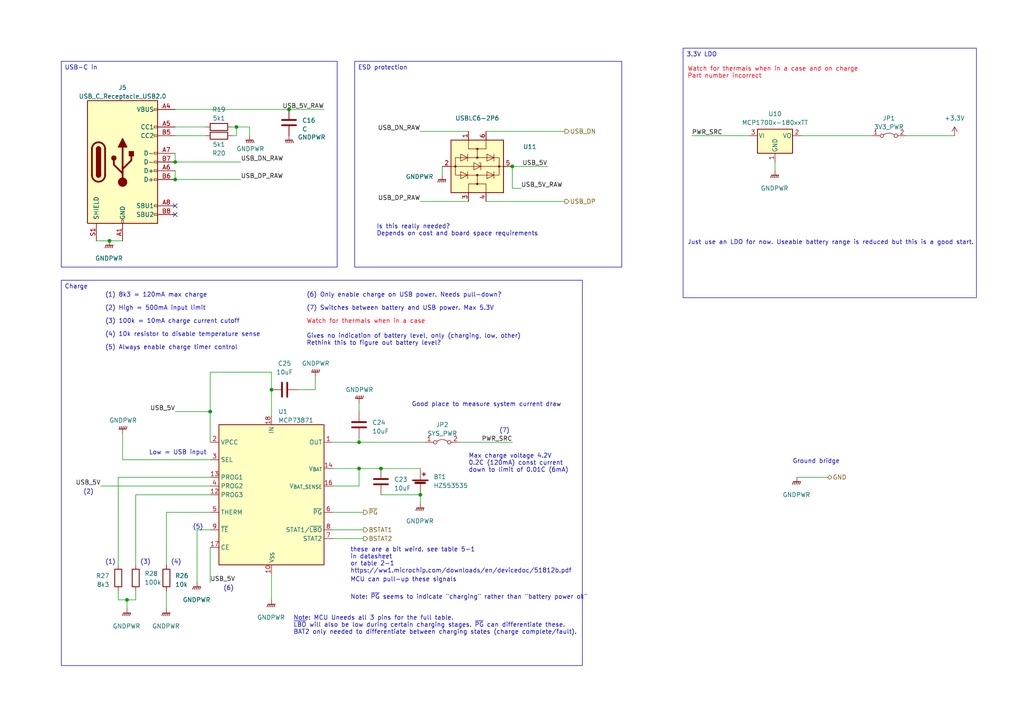
<source format=kicad_sch>
(kicad_sch (version 20230121) (generator eeschema)
  (paper "A4")
  (lib_symbols
    (symbol "Battery_Management:MCP73871"
      (property "Reference" "U" (at -7.62 24.13 0))
      (property "Value" "MCP73871" (at -15.24 21.59 0))
      (symbol "MCP73871_0_1"
        (rectangle (start -15.24 20.32) (end 15.24 -20.32) (stroke (width 0.254)) (fill (type background)))
      )
      (symbol "MCP73871_1_1"
        (pin power_out line (at 17.78 15.24 180) (length 2.54) (name "OUT") (number "1"))
        (pin power_in line (at 0 -22.86 90) (length 2.54) (name "V_{SS}") (number "10"))
        (pin passive line (at 0 -22.86 90) (length 2.54) hide (name "V_{SS}") (number "11"))
        (pin bidirectional line (at -17.78 0 0) (length 2.54) (name "PROG3") (number "12"))
        (pin bidirectional line (at -17.78 5.08 0) (length 2.54) (name "PROG1") (number "13"))
        (pin power_out line (at 17.78 7.62 180) (length 2.54) (name "V_{BAT}") (number "14"))
        (pin passive line (at 17.78 7.62 180) (length 2.54) hide (name "V_{BAT}") (number "15"))
        (pin input line (at 17.78 2.54 180) (length 2.54) (name "V_{BAT_SENSE}") (number "16"))
        (pin input line (at -17.78 -15.24 0) (length 2.54) (name "CE") (number "17"))
        (pin power_in line (at 0 22.86 270) (length 2.54) (name "IN") (number "18"))
        (pin passive line (at 0 22.86 270) (length 2.54) hide (name "IN") (number "19"))
        (pin input line (at -17.78 15.24 0) (length 2.54) (name "VPCC") (number "2"))
        (pin passive line (at 17.78 15.24 180) (length 2.54) hide (name "OUT") (number "20"))
        (pin passive line (at 0 -22.86 90) (length 2.54) hide (name "V_{SS}") (number "21"))
        (pin input line (at -17.78 10.16 0) (length 2.54) (name "SEL") (number "3"))
        (pin input line (at -17.78 2.54 0) (length 2.54) (name "PROG2") (number "4"))
        (pin bidirectional line (at -17.78 -5.08 0) (length 2.54) (name "THERM") (number "5"))
        (pin open_collector line (at 17.78 -5.08 180) (length 2.54) (name "~{PG}") (number "6"))
        (pin open_collector line (at 17.78 -12.7 180) (length 2.54) (name "STAT2") (number "7"))
        (pin open_collector line (at 17.78 -10.16 180) (length 2.54) (name "STAT1/~{LBO}") (number "8"))
        (pin input line (at -17.78 -10.16 0) (length 2.54) (name "~{TE}") (number "9"))
      )
    )
    (symbol "Connector:USB_C_Receptacle_USB2.0" (pin_names (offset 1.016))
      (property "Reference" "J" (at -10.16 19.05 0))
      (property "Value" "USB_C_Receptacle_USB2.0" (at 19.05 19.05 0))
      (symbol "USB_C_Receptacle_USB2.0_0_0"
        (rectangle (start -0.254 -17.78) (end 0.254 -16.764))
        (rectangle (start 10.16 -14.986) (end 9.144 -15.494))
        (rectangle (start 10.16 -12.446) (end 9.144 -12.954))
        (rectangle (start 10.16 -4.826) (end 9.144 -5.334))
        (rectangle (start 10.16 -2.286) (end 9.144 -2.794))
        (rectangle (start 10.16 0.254) (end 9.144 -0.254))
        (rectangle (start 10.16 2.794) (end 9.144 2.286))
        (rectangle (start 10.16 7.874) (end 9.144 7.366))
        (rectangle (start 10.16 10.414) (end 9.144 9.906))
        (rectangle (start 10.16 15.494) (end 9.144 14.986))
      )
      (symbol "USB_C_Receptacle_USB2.0_0_1"
        (rectangle (start -10.16 17.78) (end 10.16 -17.78) (stroke (width 0.254)) (fill (type background)))
        (arc (start -8.89 -3.81) (mid -6.985 -5.7067) (end -5.08 -3.81) (stroke (width 0.508)))
        (arc (start -7.62 -3.81) (mid -6.985 -4.4423) (end -6.35 -3.81) (stroke (width 0.254)))
        (arc (start -7.62 -3.81) (mid -6.985 -4.4423) (end -6.35 -3.81) (stroke (width 0.254)) (fill (type outline)))
        (rectangle (start -7.62 -3.81) (end -6.35 3.81) (stroke (width 0.254)) (fill (type outline)))
        (arc (start -6.35 3.81) (mid -6.985 4.4423) (end -7.62 3.81) (stroke (width 0.254)))
        (arc (start -6.35 3.81) (mid -6.985 4.4423) (end -7.62 3.81) (stroke (width 0.254)) (fill (type outline)))
        (arc (start -5.08 3.81) (mid -6.985 5.7067) (end -8.89 3.81) (stroke (width 0.508)))
        (circle (center -2.54 1.143) (radius 0.635) (stroke (width 0.254)) (fill (type outline)))
        (circle (center 0 -5.842) (radius 1.27) (fill (type outline)))
        (polyline (pts (xy -8.89 -3.81) (xy -8.89 3.81)) (stroke (width 0.508)))
        (polyline (pts (xy -5.08 3.81) (xy -5.08 -3.81)) (stroke (width 0.508)))
        (polyline (pts (xy 0 -5.842) (xy 0 4.318)) (stroke (width 0.508)))
        (polyline (pts (xy 0 -3.302) (xy -2.54 -0.762) (xy -2.54 0.508)) (stroke (width 0.508)))
        (polyline (pts (xy 0 -2.032) (xy 2.54 0.508) (xy 2.54 1.778)) (stroke (width 0.508)))
        (polyline (pts (xy -1.27 4.318) (xy 0 6.858) (xy 1.27 4.318) (xy -1.27 4.318)) (stroke (width 0.254)) (fill (type outline)))
        (rectangle (start 1.905 1.778) (end 3.175 3.048) (stroke (width 0.254)) (fill (type outline)))
      )
      (symbol "USB_C_Receptacle_USB2.0_1_1"
        (pin passive line (at 0 -22.86 90) (length 5.08) (name "GND") (number "A1"))
        (pin passive line (at 0 -22.86 90) (length 5.08) hide (name "GND") (number "A12"))
        (pin passive line (at 15.24 15.24 180) (length 5.08) (name "VBUS") (number "A4"))
        (pin bidirectional line (at 15.24 10.16 180) (length 5.08) (name "CC1") (number "A5"))
        (pin bidirectional line (at 15.24 -2.54 180) (length 5.08) (name "D+") (number "A6"))
        (pin bidirectional line (at 15.24 2.54 180) (length 5.08) (name "D-") (number "A7"))
        (pin bidirectional line (at 15.24 -12.7 180) (length 5.08) (name "SBU1") (number "A8"))
        (pin passive line (at 15.24 15.24 180) (length 5.08) hide (name "VBUS") (number "A9"))
        (pin passive line (at 0 -22.86 90) (length 5.08) hide (name "GND") (number "B1"))
        (pin passive line (at 0 -22.86 90) (length 5.08) hide (name "GND") (number "B12"))
        (pin passive line (at 15.24 15.24 180) (length 5.08) hide (name "VBUS") (number "B4"))
        (pin bidirectional line (at 15.24 7.62 180) (length 5.08) (name "CC2") (number "B5"))
        (pin bidirectional line (at 15.24 -5.08 180) (length 5.08) (name "D+") (number "B6"))
        (pin bidirectional line (at 15.24 0 180) (length 5.08) (name "D-") (number "B7"))
        (pin bidirectional line (at 15.24 -15.24 180) (length 5.08) (name "SBU2") (number "B8"))
        (pin passive line (at 15.24 15.24 180) (length 5.08) hide (name "VBUS") (number "B9"))
        (pin passive line (at -7.62 -22.86 90) (length 5.08) (name "SHIELD") (number "S1"))
      )
    )
    (symbol "Device:Battery_Cell" (pin_numbers hide) (pin_names (offset 0) hide)
      (property "Reference" "BT" (at 2.54 2.54 0))
      (property "Value" "Battery_Cell" (at 2.54 0 0))
      (symbol "Battery_Cell_0_1"
        (rectangle (start -2.286 1.778) (end 2.286 1.524) (fill (type outline)))
        (rectangle (start -1.5748 1.1938) (end 1.4732 0.6858) (fill (type outline)))
        (polyline (pts (xy 0 0.762) (xy 0 0)))
        (polyline (pts (xy 0 1.778) (xy 0 2.54)))
        (polyline (pts (xy 0.508 3.429) (xy 1.524 3.429)) (stroke (width 0.254)))
        (polyline (pts (xy 1.016 3.937) (xy 1.016 2.921)) (stroke (width 0.254)))
      )
      (symbol "Battery_Cell_1_1"
        (pin passive line (at 0 5.08 270) (length 2.54) (name "+") (number "1"))
        (pin passive line (at 0 -2.54 90) (length 2.54) (name "-") (number "2"))
      )
    )
    (symbol "Device:C" (pin_numbers hide) (pin_names (offset 0.254))
      (property "Reference" "C" (at 0.635 2.54 0))
      (property "Value" "C" (at 0.635 -2.54 0))
      (symbol "C_0_1"
        (polyline (pts (xy -2.032 -0.762) (xy 2.032 -0.762)) (stroke (width 0.508)))
        (polyline (pts (xy -2.032 0.762) (xy 2.032 0.762)) (stroke (width 0.508)))
      )
      (symbol "C_1_1"
        (pin passive line (at 0 3.81 270) (length 2.794) (name "~") (number "1"))
        (pin passive line (at 0 -3.81 90) (length 2.794) (name "~") (number "2"))
      )
    )
    (symbol "Device:R" (pin_numbers hide) (pin_names (offset 0))
      (property "Reference" "R" (at 2.032 0 90))
      (property "Value" "R" (at 0 0 90))
      (symbol "R_0_1"
        (rectangle (start -1.016 -2.54) (end 1.016 2.54) (stroke (width 0.254)))
      )
      (symbol "R_1_1"
        (pin passive line (at 0 3.81 270) (length 1.27) (name "~") (number "1"))
        (pin passive line (at 0 -3.81 90) (length 1.27) (name "~") (number "2"))
      )
    )
    (symbol "Jumper:Jumper_2_Bridged" (pin_names (offset 0) hide)
      (property "Reference" "JP" (at 0 1.905 0))
      (property "Value" "Jumper_2_Bridged" (at 0 -2.54 0))
      (symbol "Jumper_2_Bridged_0_0"
        (circle (center -2.032 0) (radius 0.508))
        (circle (center 2.032 0) (radius 0.508))
      )
      (symbol "Jumper_2_Bridged_0_1"
        (arc (start 1.524 0.254) (mid 0 0.762) (end -1.524 0.254))
      )
      (symbol "Jumper_2_Bridged_1_1"
        (pin passive line (at -5.08 0 0) (length 2.54) (name "A") (number "1"))
        (pin passive line (at 5.08 0 180) (length 2.54) (name "B") (number "2"))
      )
    )
    (symbol "Power_Protection:USBLC6-2P6" (pin_names hide)
      (property "Reference" "U" (at 2.54 8.89 0))
      (property "Value" "USBLC6-2P6" (at 2.54 -8.89 0))
      (symbol "USBLC6-2P6_0_1"
        (rectangle (start -7.62 -7.62) (end 7.62 7.62) (stroke (width 0.254)) (fill (type background)))
        (circle (center -5.08 0) (radius 0.254) (fill (type outline)))
        (circle (center -2.54 0) (radius 0.254) (fill (type outline)))
        (rectangle (start -2.54 6.35) (end 2.54 -6.35))
        (circle (center 0 -6.35) (radius 0.254) (fill (type outline)))
        (polyline (pts (xy -5.08 -2.54) (xy -7.62 -2.54)))
        (polyline (pts (xy -5.08 0) (xy -5.08 -2.54)))
        (polyline (pts (xy -5.08 2.54) (xy -7.62 2.54)))
        (polyline (pts (xy -1.524 -2.794) (xy -3.556 -2.794)))
        (polyline (pts (xy -1.524 4.826) (xy -3.556 4.826)))
        (polyline (pts (xy 0 -7.62) (xy 0 -6.35)))
        (polyline (pts (xy 0 -6.35) (xy 0 1.27)))
        (polyline (pts (xy 0 1.27) (xy 0 6.35)))
        (polyline (pts (xy 0 6.35) (xy 0 7.62)))
        (polyline (pts (xy 1.524 -2.794) (xy 3.556 -2.794)))
        (polyline (pts (xy 1.524 4.826) (xy 3.556 4.826)))
        (polyline (pts (xy 5.08 -2.54) (xy 7.62 -2.54)))
        (polyline (pts (xy 5.08 0) (xy 5.08 -2.54)))
        (polyline (pts (xy 5.08 2.54) (xy 7.62 2.54)))
        (polyline (pts (xy -2.54 0) (xy -5.08 0) (xy -5.08 2.54)))
        (polyline (pts (xy 2.54 0) (xy 5.08 0) (xy 5.08 2.54)))
        (polyline (pts (xy -3.556 -4.826) (xy -1.524 -4.826) (xy -2.54 -2.794) (xy -3.556 -4.826)))
        (polyline (pts (xy -3.556 2.794) (xy -1.524 2.794) (xy -2.54 4.826) (xy -3.556 2.794)))
        (polyline (pts (xy -1.016 -1.016) (xy 1.016 -1.016) (xy 0 1.016) (xy -1.016 -1.016)))
        (polyline (pts (xy 1.016 1.016) (xy 0.762 1.016) (xy -1.016 1.016) (xy -1.016 0.508)))
        (polyline (pts (xy 3.556 -4.826) (xy 1.524 -4.826) (xy 2.54 -2.794) (xy 3.556 -4.826)))
        (polyline (pts (xy 3.556 2.794) (xy 1.524 2.794) (xy 2.54 4.826) (xy 3.556 2.794)))
        (circle (center 0 6.35) (radius 0.254) (fill (type outline)))
        (circle (center 2.54 0) (radius 0.254) (fill (type outline)))
        (circle (center 5.08 0) (radius 0.254) (fill (type outline)))
      )
      (symbol "USBLC6-2P6_1_1"
        (pin passive line (at -10.16 -2.54 0) (length 2.54) (name "I/O1") (number "1"))
        (pin passive line (at 0 -10.16 90) (length 2.54) (name "GND") (number "2"))
        (pin passive line (at 10.16 -2.54 180) (length 2.54) (name "I/O2") (number "3"))
        (pin passive line (at 10.16 2.54 180) (length 2.54) (name "I/O2") (number "4"))
        (pin passive line (at 0 10.16 270) (length 2.54) (name "VBUS") (number "5"))
        (pin passive line (at -10.16 2.54 0) (length 2.54) (name "I/O1") (number "6"))
      )
    )
    (symbol "Regulator_Linear:MCP1700x-180xxTT" (pin_names (offset 0.254))
      (property "Reference" "U" (at -3.81 3.175 0))
      (property "Value" "MCP1700x-180xxTT" (at 0 3.175 0))
      (symbol "MCP1700x-180xxTT_0_1"
        (rectangle (start -5.08 1.905) (end 5.08 -5.08) (stroke (width 0.254)) (fill (type background)))
      )
      (symbol "MCP1700x-180xxTT_1_1"
        (pin power_in line (at 0 -7.62 90) (length 2.54) (name "GND") (number "1"))
        (pin power_out line (at 7.62 0 180) (length 2.54) (name "VO") (number "2"))
        (pin power_in line (at -7.62 0 0) (length 2.54) (name "VI") (number "3"))
      )
    )
    (symbol "power:+3.3V" (power) (pin_names (offset 0))
      (property "Value" "+3.3V" (at 0 3.556 0))
      (symbol "+3.3V_0_1"
        (polyline (pts (xy -0.762 1.27) (xy 0 2.54)))
        (polyline (pts (xy 0 0) (xy 0 2.54)))
        (polyline (pts (xy 0 2.54) (xy 0.762 1.27)))
      )
      (symbol "+3.3V_1_1"
        (pin power_in line (at 0 0 90) (length 0) hide (name "+3.3V") (number "1"))
      )
    )
    (symbol "power:GNDPWR" (power) (pin_names (offset 0))
      (property "Value" "GNDPWR" (at 0 -3.302 0))
      (symbol "GNDPWR_0_1"
        (polyline (pts (xy 0 -1.27) (xy 0 0)))
        (polyline (pts (xy -1.016 -1.27) (xy -1.27 -2.032) (xy -1.27 -2.032)) (stroke (width 0.2032)))
        (polyline (pts (xy -0.508 -1.27) (xy -0.762 -2.032) (xy -0.762 -2.032)) (stroke (width 0.2032)))
        (polyline (pts (xy 0 -1.27) (xy -0.254 -2.032) (xy -0.254 -2.032)) (stroke (width 0.2032)))
        (polyline (pts (xy 0.508 -1.27) (xy 0.254 -2.032) (xy 0.254 -2.032)) (stroke (width 0.2032)))
        (polyline (pts (xy 1.016 -1.27) (xy -1.016 -1.27) (xy -1.016 -1.27)) (stroke (width 0.2032)))
        (polyline (pts (xy 1.016 -1.27) (xy 0.762 -2.032) (xy 0.762 -2.032) (xy 0.762 -2.032)) (stroke (width 0.2032)))
      )
      (symbol "GNDPWR_1_1"
        (pin power_in line (at 0 0 270) (length 0) hide (name "GNDPWR") (number "1"))
      )
    )
  )
  (junction (at 148.59 48.26))
  (junction (at 121.92 143.51))
  (junction (at 104.14 135.89))
  (junction (at 104.14 128.27))
  (junction (at 31.75 69.85))
  (junction (at 68.58 36.83))
  (junction (at 110.49 135.89))
  (junction (at 36.83 173.99))
  (junction (at 60.96 119.38))
  (junction (at 50.8 46.99))
  (junction (at 83.82 31.75))
  (junction (at 78.74 113.03))
  (junction (at 50.8 52.07))
  (no_connect (at 50.8 62.23))
  (no_connect (at 50.8 59.69))
  (wire (pts (xy 224.79 49.53) (xy 224.79 46.99)))
  (wire (pts (xy 96.52 135.89) (xy 104.14 135.89)))
  (wire (pts (xy 39.37 173.99) (xy 39.37 171.45)))
  (wire (pts (xy 48.26 148.59) (xy 48.26 163.83)))
  (wire (pts (xy 50.8 31.75) (xy 83.82 31.75)))
  (wire (pts (xy 121.92 58.42) (xy 135.89 58.42)))
  (wire (pts (xy 96.52 128.27) (xy 104.14 128.27)))
  (wire (pts (xy 78.74 113.03) (xy 78.74 120.65)))
  (wire (pts (xy 35.56 125.73) (xy 35.56 133.35)))
  (wire (pts (xy 200.66 39.37) (xy 217.17 39.37)))
  (wire (pts (xy 35.56 133.35) (xy 60.96 133.35)))
  (wire (pts (xy 133.35 128.27) (xy 148.59 128.27)))
  (wire (pts (xy 128.27 48.26) (xy 128.27 50.8)))
  (wire (pts (xy 27.94 69.85) (xy 31.75 69.85)))
  (wire (pts (xy 60.96 138.43) (xy 34.29 138.43)))
  (wire (pts (xy 50.8 46.99) (xy 69.85 46.99)))
  (wire (pts (xy 121.92 38.1) (xy 135.89 38.1)))
  (wire (pts (xy 36.83 173.99) (xy 39.37 173.99)))
  (wire (pts (xy 39.37 143.51) (xy 39.37 163.83)))
  (wire (pts (xy 83.82 31.75) (xy 93.98 31.75)))
  (wire (pts (xy 140.97 58.42) (xy 163.83 58.42)))
  (wire (pts (xy 34.29 173.99) (xy 36.83 173.99)))
  (wire (pts (xy 104.14 135.89) (xy 104.14 140.97)))
  (wire (pts (xy 91.44 109.22) (xy 91.44 113.03)))
  (wire (pts (xy 68.58 39.37) (xy 67.31 39.37)))
  (wire (pts (xy 50.8 36.83) (xy 59.69 36.83)))
  (wire (pts (xy 60.96 119.38) (xy 60.96 128.27)))
  (wire (pts (xy 140.97 38.1) (xy 163.83 38.1)))
  (wire (pts (xy 121.92 135.89) (xy 110.49 135.89)))
  (wire (pts (xy 110.49 143.51) (xy 121.92 143.51)))
  (wire (pts (xy 50.8 52.07) (xy 69.85 52.07)))
  (wire (pts (xy 48.26 148.59) (xy 60.96 148.59)))
  (wire (pts (xy 60.96 143.51) (xy 39.37 143.51)))
  (wire (pts (xy 60.96 107.95) (xy 78.74 107.95)))
  (wire (pts (xy 121.92 143.51) (xy 121.92 146.05)))
  (wire (pts (xy 50.8 44.45) (xy 50.8 46.99)))
  (wire (pts (xy 104.14 128.27) (xy 123.19 128.27)))
  (wire (pts (xy 104.14 127) (xy 104.14 128.27)))
  (wire (pts (xy 57.15 153.67) (xy 60.96 153.67)))
  (wire (pts (xy 96.52 156.21) (xy 105.41 156.21)))
  (wire (pts (xy 104.14 140.97) (xy 96.52 140.97)))
  (wire (pts (xy 48.26 171.45) (xy 48.26 176.53)))
  (wire (pts (xy 231.14 138.43) (xy 240.03 138.43)))
  (wire (pts (xy 96.52 148.59) (xy 105.41 148.59)))
  (wire (pts (xy 57.15 168.91) (xy 57.15 153.67)))
  (wire (pts (xy 34.29 138.43) (xy 34.29 163.83)))
  (wire (pts (xy 50.8 39.37) (xy 59.69 39.37)))
  (wire (pts (xy 78.74 107.95) (xy 78.74 113.03)))
  (wire (pts (xy 96.52 153.67) (xy 105.41 153.67)))
  (wire (pts (xy 34.29 173.99) (xy 34.29 171.45)))
  (wire (pts (xy 91.44 113.03) (xy 86.36 113.03)))
  (wire (pts (xy 262.89 39.37) (xy 276.86 39.37)))
  (wire (pts (xy 104.14 116.84) (xy 104.14 119.38)))
  (wire (pts (xy 232.41 39.37) (xy 252.73 39.37)))
  (wire (pts (xy 60.96 119.38) (xy 60.96 107.95)))
  (wire (pts (xy 78.74 166.37) (xy 78.74 173.99)))
  (wire (pts (xy 29.21 140.97) (xy 60.96 140.97)))
  (wire (pts (xy 148.59 54.61) (xy 148.59 48.26)))
  (wire (pts (xy 68.58 36.83) (xy 67.31 36.83)))
  (wire (pts (xy 151.13 54.61) (xy 148.59 54.61)))
  (wire (pts (xy 31.75 69.85) (xy 35.56 69.85)))
  (wire (pts (xy 110.49 135.89) (xy 104.14 135.89)))
  (wire (pts (xy 72.39 36.83) (xy 68.58 36.83)))
  (wire (pts (xy 68.58 36.83) (xy 68.58 39.37)))
  (wire (pts (xy 60.96 168.91) (xy 60.96 158.75)))
  (wire (pts (xy 72.39 36.83) (xy 72.39 39.37)))
  (wire (pts (xy 148.59 48.26) (xy 158.75 48.26)))
  (wire (pts (xy 50.8 49.53) (xy 50.8 52.07)))
  (wire (pts (xy 36.83 173.99) (xy 36.83 176.53)))
  (wire (pts (xy 50.8 119.38) (xy 60.96 119.38)))
  (text_box "USB-C in" (at 17.78 17.78 0) (size 80.01 59.69) (effects (font (size 1.27 1.27)) (justify left top)))
  (text_box "Charge\n" (at 17.78 81.28 0) (size 151.13 111.76) (effects (font (size 1.27 1.27)) (justify left top)))
  (text_box "3.3V LDO" (at 198.12 13.97 0) (size 85.09 72.39) (effects (font (size 1.27 1.27)) (justify left top)))
  (text_box "ESD protection" (at 102.87 17.78 0) (size 77.47 59.69) (effects (font (size 1.27 1.27)) (justify left top)))
  (text "(5)" (at 55.88 153.67 0) (effects (font (size 1.27 1.27)) (justify left bottom)))
  (text "Ground bridge" (at 229.87 134.62 0) (effects (font (size 1.27 1.27)) (justify left bottom)))
  (text "Note: ~{PG} seems to indicate \"charging\" rather than \"battery power ok\"" (at 101.6 173.99 0) (effects (font (size 1.27 1.27)) (justify left bottom)))
  (text "Is this really needed?\nDepends on cost and board space requirements" (at 109.22 68.58 0) (effects (font (size 1.27 1.27)) (justify left bottom)))
  (text "(3) 100k = 10mA charge current cutoff" (at 30.48 93.98 0) (effects (font (size 1.27 1.27)) (justify left bottom)))
  (text "(6)" (at 64.77 171.45 0) (effects (font (size 1.27 1.27)) (justify left bottom)))
  (text "Watch for thermals when in a case" (at 88.9 93.98 0) (effects (font (size 1.27 1.27)) (justify left bottom)))
  (text "Max charge voltage 4.2V\n0.2C (120mA) const current \ndown to limit of 0.01C (6mA)" (at 135.89 137.16 0) (effects (font (size 1.27 1.27)) (justify left bottom)))
  (text "(1) 8k3 = 120mA max charge" (at 30.48 86.36 0) (effects (font (size 1.27 1.27)) (justify left bottom)))
  (text "(4)" (at 49.53 163.83 0) (effects (font (size 1.27 1.27)) (justify left bottom)))
  (text "Just use an LDO for now. Useable battery range is reduced but this is a good start." (at 199.39 71.12 0) (effects (font (size 1.27 1.27)) (justify left bottom)))
  (text "(2) High = 500mA input limit" (at 30.48 90.17 0) (effects (font (size 1.27 1.27)) (justify left bottom)))
  (text "(2)" (at 24.13 143.51 0) (effects (font (size 1.27 1.27)) (justify left bottom)))
  (text "(1)" (at 30.48 163.83 0) (effects (font (size 1.27 1.27)) (justify left bottom)))
  (text "(6) Only enable charge on USB power. Needs pull-down?" (at 88.9 86.36 0) (effects (font (size 1.27 1.27)) (justify left bottom)))
  (text "(5) Always enable charge timer control" (at 30.48 101.6 0) (effects (font (size 1.27 1.27)) (justify left bottom)))
  (text "Gives no indication of battery level, only (charging, low, other)\nRethink this to figure out battery level?" (at 88.9 100.33 0) (effects (font (size 1.27 1.27)) (justify left bottom)))
  (text "(7)" (at 144.78 125.73 0) (effects (font (size 1.27 1.27)) (justify left bottom)))
  (text "(4) 10k resistor to disable temperature sense" (at 30.48 97.79 0) (effects (font (size 1.27 1.27)) (justify left bottom)))
  (text "(7) Switches between battery and USB power. Max 5.3V" (at 88.9 90.17 0) (effects (font (size 1.27 1.27)) (justify left bottom)))
  (text "Good place to measure system current draw" (at 119.38 118.11 0) (effects (font (size 1.27 1.27)) (justify left bottom)))
  (text "Watch for thermals when in a case and on charge\nPart number incorrect" (at 199.39 22.86 0) (effects (font (size 1.27 1.27)) (justify left bottom)))
  (text "Low = USB input" (at 43.18 132.08 0) (effects (font (size 1.27 1.27)) (justify left bottom)))
  (text "(3)" (at 40.64 163.83 0) (effects (font (size 1.27 1.27)) (justify left bottom)))
  (text "Note: MCU Uneeds all 3 pins for the full table.\n~{LBO} will also be low during certain charging stages. ~{PG} can differentiate these.\nBAT2 only needed to differentiate between charging states (charge complete/fault)." (at 85.09 184.15 0) (effects (font (size 1.27 1.27)) (justify left bottom)))
  (text "these are a bit weird. see table 5-1\nin datasheet\nor table 2-1 \nhttps://ww1.microchip.com/downloads/en/devicedoc/51812b.pdf" (at 101.6 166.37 0) (effects (font (size 1.27 1.27)) (justify left bottom)))
  (text "MCU can pull-up these signals" (at 101.6 168.91 0) (effects (font (size 1.27 1.27)) (justify left bottom)))
  (label "USB_5V" (at 50.8 119.38 180))
  (label "USB_DP_RAW" (at 69.85 52.07 0))
  (label "USB_5V" (at 158.75 48.26 180))
  (label "PWR_SRC" (at 200.66 39.37 0))
  (label "PWR_SRC" (at 148.59 128.27 180))
  (label "USB_DN_RAW" (at 69.85 46.99 0))
  (label "USB_5V_RAW" (at 93.98 31.75 180))
  (label "USB_5V" (at 29.21 140.97 180))
  (label "USB_DP_RAW" (at 121.92 58.42 180))
  (label "USB_DN_RAW" (at 121.92 38.1 180))
  (label "USB_5V_RAW" (at 151.13 54.61 0))
  (label "USB_5V" (at 60.96 168.91 0))
  (hierarchical_label "USB_DP" (shape output) (at 163.83 58.42 0))
  (hierarchical_label "GND" (shape bidirectional) (at 240.03 138.43 0))
  (hierarchical_label "~{PG}" (shape output) (at 105.41 148.59 0))
  (hierarchical_label "USB_DN" (shape output) (at 163.83 38.1 0))
  (hierarchical_label "BSTAT2" (shape output) (at 105.41 156.21 0))
  (hierarchical_label "BSTAT1" (shape output) (at 105.41 153.67 0))
  (symbol (lib_id "Device:R") (at 39.37 167.64 0) (mirror y) (unit 1)
    (property "Reference" "R28" (at 41.91 166.37 0) (effects (justify right)))
    (property "Value" "100k" (at 41.91 168.91 0) (effects (justify right)))
    (property "Footprint" "Capacitor_SMD:C_0402_1005Metric" (effects hide))
  )
  (symbol (lib_id "power:GNDPWR") (at 121.92 146.05 0) (unit 1)
    (property "Reference" "#PWR019" (effects hide))
    (property "Value" "GNDPWR" (at 121.793 151.13 0))
  )
  (symbol (lib_id "power:GNDPWR") (at 48.26 176.53 0) (unit 1)
    (property "Reference" "#PWR023" (effects hide))
    (property "Value" "GNDPWR" (at 48.133 181.61 0))
  )
  (symbol (lib_id "power:GNDPWR") (at 36.83 176.53 0) (unit 1)
    (property "Reference" "#PWR024" (effects hide))
    (property "Value" "GNDPWR" (at 36.703 181.61 0))
  )
  (symbol (lib_id "power:GNDPWR") (at 72.39 39.37 0) (mirror y) (unit 1)
    (property "Reference" "#PWR012" (effects hide))
    (property "Value" "GNDPWR" (at 68.58 43.18 0) (effects (justify right)))
  )
  (symbol (lib_id "power:+3.3V") (at 276.86 39.37 0) (unit 1)
    (property "Reference" "#PWR01" (effects hide))
    (property "Value" "+3.3V" (at 276.86 34.29 0))
  )
  (symbol (lib_id "power:GNDPWR") (at 57.15 168.91 0) (unit 1)
    (property "Reference" "#PWR09" (effects hide))
    (property "Value" "GNDPWR" (at 57.023 173.99 0))
  )
  (symbol (lib_id "Battery_Management:MCP73871") (at 78.74 143.51 0) (unit 1)
    (property "Reference" "U1" (at 80.6959 119.38 0) (effects (justify left)))
    (property "Value" "MCP73871" (at 80.6959 121.92 0) (effects (justify left)))
    (property "Footprint" "Package_DFN_QFN:QFN-20-1EP_4x4mm_P0.5mm_EP2.5x2.5mm" (effects hide))
    (property "Datasheet" "http://www.mouser.com/ds/2/268/22090a-52174.pdf" (effects hide))
  )
  (symbol (lib_id "Device:R") (at 63.5 36.83 90) (unit 1)
    (property "Reference" "R19" (at 63.5 31.75 90))
    (property "Value" "5k1" (at 63.5 34.29 90))
    (property "Footprint" "Resistor_SMD:R_0402_1005Metric" (effects hide))
  )
  (symbol (lib_id "power:GNDPWR") (at 83.82 39.37 0) (mirror y) (unit 1)
    (property "Reference" "#PWR016" (effects hide))
    (property "Value" "GNDPWR" (at 86.36 39.8018 0) (effects (justify right)))
  )
  (symbol (lib_id "Device:C") (at 104.14 123.19 0) (unit 1)
    (property "Reference" "C24" (at 107.95 122.555 0) (effects (justify left)))
    (property "Value" "10uF" (at 107.95 125.095 0) (effects (justify left)))
    (property "Footprint" "Capacitor_SMD:C_0402_1005Metric" (effects hide))
  )
  (symbol (lib_id "power:GNDPWR") (at 31.75 69.85 0) (unit 1)
    (property "Reference" "#PWR011" (effects hide))
    (property "Value" "GNDPWR" (at 31.623 74.93 0))
  )
  (symbol (lib_id "power:GNDPWR") (at 128.27 50.8 0) (unit 1)
    (property "Reference" "#PWR015" (effects hide))
    (property "Value" "GNDPWR" (at 125.73 51.2318 0) (effects (justify right)))
  )
  (symbol (lib_id "Power_Protection:USBLC6-2P6") (at 138.43 48.26 270) (unit 1)
    (property "Reference" "U11" (at 153.67 42.5703 90))
    (property "Value" "USBLC6-2P6" (at 138.43 34.29 90))
    (property "Footprint" "Package_TO_SOT_SMD:SOT-666" (effects hide))
    (property "Datasheet" "https://www.st.com/resource/en/datasheet/usblc6-2.pdf" (effects hide))
  )
  (symbol (lib_id "Device:C") (at 83.82 35.56 0) (unit 1)
    (property "Reference" "C16" (at 87.63 34.925 0) (effects (justify left)))
    (property "Value" "C" (at 87.63 37.465 0) (effects (justify left)))
    (property "Footprint" "Capacitor_SMD:C_0603_1608Metric" (effects hide))
  )
  (symbol (lib_id "power:GNDPWR") (at 231.14 138.43 0) (unit 1)
    (property "Reference" "#PWR026" (effects hide))
    (property "Value" "GNDPWR" (at 231.013 143.51 0))
  )
  (symbol (lib_id "power:GNDPWR") (at 91.44 109.22 180) (unit 1)
    (property "Reference" "#PWR021" (effects hide))
    (property "Value" "GNDPWR" (at 91.567 105.41 0))
  )
  (symbol (lib_id "Device:C") (at 110.49 139.7 0) (unit 1)
    (property "Reference" "C23" (at 114.3 139.065 0) (effects (justify left)))
    (property "Value" "10uF" (at 114.3 141.605 0) (effects (justify left)))
    (property "Footprint" "Capacitor_SMD:C_0402_1005Metric" (effects hide))
  )
  (symbol (lib_id "Connector:USB_C_Receptacle_USB2.0") (at 35.56 46.99 0) (unit 1)
    (property "Reference" "J5" (at 35.56 25.4 0))
    (property "Value" "USB_C_Receptacle_USB2.0" (at 35.56 27.94 0))
    (property "Footprint" "Connector_USB:USB_C_Receptacle_GCT_USB4105-xx-A_16P_TopMnt_Horizontal" (effects hide))
    (property "Datasheet" "https://www.usb.org/sites/default/files/documents/usb_type-c.zip" (effects hide))
  )
  (symbol (lib_id "Device:Battery_Cell") (at 121.92 140.97 0) (unit 1)
    (property "Reference" "BT1" (at 125.73 138.303 0) (effects (justify left)))
    (property "Value" "HZ553535" (at 125.73 140.843 0) (effects (justify left)))
    (property "Footprint" "Connector_JST:JST_SH_SM02B-SRSS-TB_1x02-1MP_P1.00mm_Horizontal" (effects hide))
  )
  (symbol (lib_id "Jumper:Jumper_2_Bridged") (at 128.27 128.27 0) (unit 1)
    (property "Reference" "JP2" (at 128.27 123.19 0))
    (property "Value" "SYS_PWR" (at 128.27 125.73 0))
    (property "Footprint" "TestPoint:TestPoint_2Pads_Pitch2.54mm_Drill0.8mm" (effects hide))
  )
  (symbol (lib_id "Device:R") (at 34.29 167.64 0) (unit 1)
    (property "Reference" "R27" (at 31.75 167.005 0) (effects (justify right)))
    (property "Value" "8k3" (at 31.75 169.545 0) (effects (justify right)))
    (property "Footprint" "Capacitor_SMD:C_0402_1005Metric" (effects hide))
  )
  (symbol (lib_id "Jumper:Jumper_2_Bridged") (at 257.81 39.37 0) (unit 1)
    (property "Reference" "JP1" (at 257.81 34.29 0))
    (property "Value" "3V3_PWR" (at 257.81 36.83 0))
    (property "Footprint" "TestPoint:TestPoint_2Pads_Pitch2.54mm_Drill0.8mm" (effects hide))
  )
  (symbol (lib_id "power:GNDPWR") (at 104.14 116.84 180) (unit 1)
    (property "Reference" "#PWR020" (effects hide))
    (property "Value" "GNDPWR" (at 104.267 113.03 0))
  )
  (symbol (lib_id "power:GNDPWR") (at 78.74 173.99 0) (unit 1)
    (property "Reference" "#PWR010" (effects hide))
    (property "Value" "GNDPWR" (at 78.613 179.07 0))
  )
  (symbol (lib_id "Device:R") (at 48.26 167.64 180) (unit 1)
    (property "Reference" "R26" (at 50.8 167.005 0) (effects (justify right)))
    (property "Value" "10k" (at 50.8 169.545 0) (effects (justify right)))
    (property "Footprint" "Capacitor_SMD:C_0402_1005Metric" (effects hide))
  )
  (symbol (lib_id "power:GNDPWR") (at 224.79 49.53 0) (unit 1)
    (property "Reference" "#PWR014" (effects hide))
    (property "Value" "GNDPWR" (at 224.663 54.61 0))
  )
  (symbol (lib_id "Regulator_Linear:MCP1700x-180xxTT") (at 224.79 39.37 0) (unit 1)
    (property "Reference" "U10" (at 224.79 33.02 0))
    (property "Value" "MCP1700x-180xxTT" (at 224.79 35.56 0))
    (property "Footprint" "Package_TO_SOT_SMD:SOT-23" (effects hide))
    (property "Datasheet" "http://ww1.microchip.com/downloads/en/DeviceDoc/20001826D.pdf" (effects hide))
  )
  (symbol (lib_id "Device:C") (at 82.55 113.03 90) (unit 1)
    (property "Reference" "C25" (at 82.55 105.41 90))
    (property "Value" "10uF" (at 82.55 107.95 90))
    (property "Footprint" "Capacitor_SMD:C_0402_1005Metric" (effects hide))
  )
  (symbol (lib_id "Device:R") (at 63.5 39.37 90) (mirror x) (unit 1)
    (property "Reference" "R20" (at 63.5 44.45 90))
    (property "Value" "5k1" (at 63.5 41.91 90))
    (property "Footprint" "Resistor_SMD:R_0402_1005Metric" (effects hide))
  )
  (symbol (lib_id "power:GNDPWR") (at 35.56 125.73 180) (unit 1)
    (property "Reference" "#PWR022" (effects hide))
    (property "Value" "GNDPWR" (at 35.687 121.92 0))
  )
)
</source>
